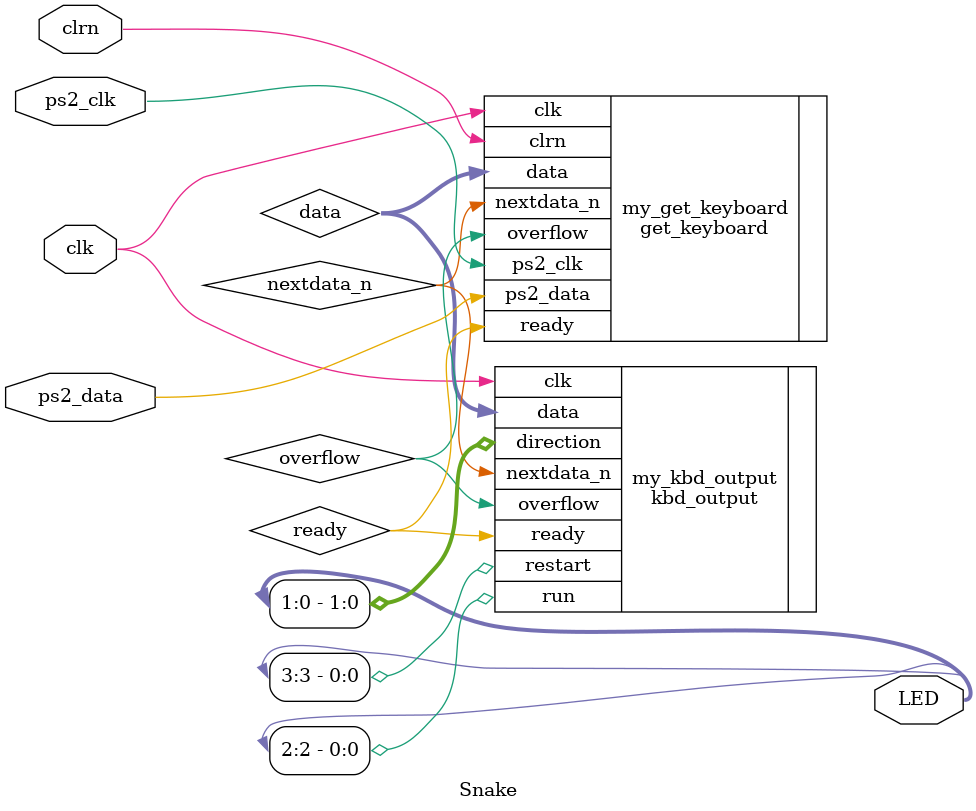
<source format=v>
module Snake(
	clk,
	clrn,
	ps2_clk,
	ps2_data,
	LED
);

	input clk;
	input clrn;
	input ps2_clk;
	input ps2_data;
	
	output wire [3:0] LED;
	
	wire off;	
	wire ready;
	wire overflow;
	wire nextdata_n;
	wire [7:0] data;
	
	get_keyboard my_get_keyboard(	
						.clk(clk),
						.clrn(clrn),
						.ps2_clk(ps2_clk),
						.ps2_data(ps2_data),
						.data(data),
						.ready(ready),
						.nextdata_n(nextdata_n),
						.overflow(overflow)
	);
	
	kbd_output my_kbd_output(
						.clk(clk),
						.ready(ready),
						.overflow(overflow),
						.data(data),
						.direction(LED[1:0]),
						.nextdata_n(nextdata_n),
						.run(LED[2]),
						.restart(LED[3])
	);
	
endmodule
</source>
